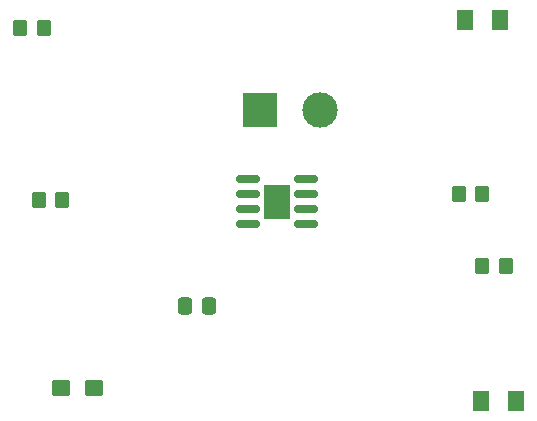
<source format=gbr>
%TF.GenerationSoftware,KiCad,Pcbnew,(6.0.10)*%
%TF.CreationDate,2023-02-17T12:42:37-08:00*%
%TF.ProjectId,exercise2,65786572-6369-4736-9532-2e6b69636164,rev?*%
%TF.SameCoordinates,Original*%
%TF.FileFunction,Soldermask,Top*%
%TF.FilePolarity,Negative*%
%FSLAX46Y46*%
G04 Gerber Fmt 4.6, Leading zero omitted, Abs format (unit mm)*
G04 Created by KiCad (PCBNEW (6.0.10)) date 2023-02-17 12:42:37*
%MOMM*%
%LPD*%
G01*
G04 APERTURE LIST*
G04 Aperture macros list*
%AMRoundRect*
0 Rectangle with rounded corners*
0 $1 Rounding radius*
0 $2 $3 $4 $5 $6 $7 $8 $9 X,Y pos of 4 corners*
0 Add a 4 corners polygon primitive as box body*
4,1,4,$2,$3,$4,$5,$6,$7,$8,$9,$2,$3,0*
0 Add four circle primitives for the rounded corners*
1,1,$1+$1,$2,$3*
1,1,$1+$1,$4,$5*
1,1,$1+$1,$6,$7*
1,1,$1+$1,$8,$9*
0 Add four rect primitives between the rounded corners*
20,1,$1+$1,$2,$3,$4,$5,0*
20,1,$1+$1,$4,$5,$6,$7,0*
20,1,$1+$1,$6,$7,$8,$9,0*
20,1,$1+$1,$8,$9,$2,$3,0*%
G04 Aperture macros list end*
%ADD10RoundRect,0.250001X-0.462499X-0.624999X0.462499X-0.624999X0.462499X0.624999X-0.462499X0.624999X0*%
%ADD11RoundRect,0.150000X-0.825000X-0.150000X0.825000X-0.150000X0.825000X0.150000X-0.825000X0.150000X0*%
%ADD12R,2.290000X3.000000*%
%ADD13R,3.000000X3.000000*%
%ADD14C,3.000000*%
%ADD15RoundRect,0.250000X-0.350000X-0.450000X0.350000X-0.450000X0.350000X0.450000X-0.350000X0.450000X0*%
%ADD16RoundRect,0.250000X-0.537500X-0.425000X0.537500X-0.425000X0.537500X0.425000X-0.537500X0.425000X0*%
%ADD17RoundRect,0.250000X-0.337500X-0.475000X0.337500X-0.475000X0.337500X0.475000X-0.337500X0.475000X0*%
G04 APERTURE END LIST*
D10*
%TO.C,D1*%
X164665000Y-73660000D03*
X167640000Y-73660000D03*
%TD*%
D11*
%TO.C,U1*%
X146235000Y-87155000D03*
X146235000Y-88425000D03*
X146235000Y-89695000D03*
X146235000Y-90965000D03*
X151185000Y-90965000D03*
X151185000Y-89695000D03*
X151185000Y-88425000D03*
X151185000Y-87155000D03*
D12*
X148710000Y-89060000D03*
%TD*%
D13*
%TO.C,J1*%
X147320000Y-81280000D03*
D14*
X152400000Y-81280000D03*
%TD*%
D15*
%TO.C,R4*%
X166085320Y-94495000D03*
X168085320Y-94495000D03*
%TD*%
D10*
%TO.C,D2*%
X166012500Y-105880000D03*
X168987500Y-105880000D03*
%TD*%
D16*
%TO.C,C1*%
X130390000Y-104805000D03*
X133265000Y-104805000D03*
%TD*%
D15*
%TO.C,R3*%
X164100000Y-88385000D03*
X166100000Y-88385000D03*
%TD*%
D17*
%TO.C,C2*%
X140923752Y-97880000D03*
X142998752Y-97880000D03*
%TD*%
D15*
%TO.C,R1*%
X126949448Y-74305000D03*
X128949448Y-74305000D03*
%TD*%
%TO.C,R2*%
X128540000Y-88900000D03*
X130540000Y-88900000D03*
%TD*%
M02*

</source>
